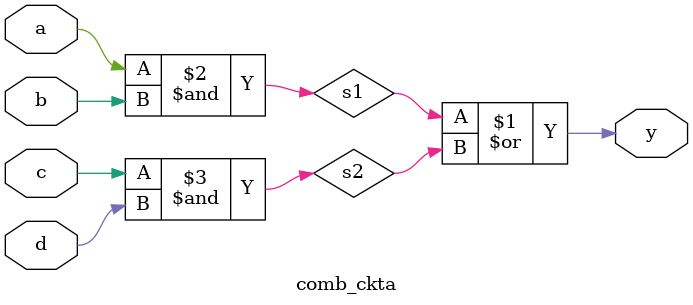
<source format=v>
`timescale 1ns / 1ps
module comb_ckta(a,b,c,d,y);
input a,b,c,d;
output y;
or(y,s1,s2);
and(s1,a,b);
and(s2,c,d);
endmodule

</source>
